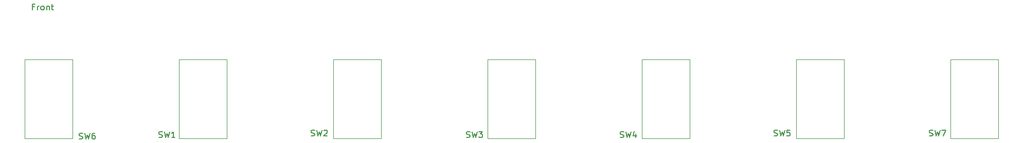
<source format=gbr>
G04 #@! TF.GenerationSoftware,KiCad,Pcbnew,(5.1.2)-2*
G04 #@! TF.CreationDate,2020-03-29T17:17:04-06:00*
G04 #@! TF.ProjectId,Switches,53776974-6368-4657-932e-6b696361645f,rev?*
G04 #@! TF.SameCoordinates,Original*
G04 #@! TF.FileFunction,Legend,Top*
G04 #@! TF.FilePolarity,Positive*
%FSLAX46Y46*%
G04 Gerber Fmt 4.6, Leading zero omitted, Abs format (unit mm)*
G04 Created by KiCad (PCBNEW (5.1.2)-2) date 2020-03-29 17:17:04*
%MOMM*%
%LPD*%
G04 APERTURE LIST*
%ADD10C,0.150000*%
%ADD11C,0.120000*%
G04 APERTURE END LIST*
D10*
X56046857Y-52506571D02*
X55713523Y-52506571D01*
X55713523Y-53030380D02*
X55713523Y-52030380D01*
X56189714Y-52030380D01*
X56570666Y-53030380D02*
X56570666Y-52363714D01*
X56570666Y-52554190D02*
X56618285Y-52458952D01*
X56665904Y-52411333D01*
X56761142Y-52363714D01*
X56856380Y-52363714D01*
X57332571Y-53030380D02*
X57237333Y-52982761D01*
X57189714Y-52935142D01*
X57142095Y-52839904D01*
X57142095Y-52554190D01*
X57189714Y-52458952D01*
X57237333Y-52411333D01*
X57332571Y-52363714D01*
X57475428Y-52363714D01*
X57570666Y-52411333D01*
X57618285Y-52458952D01*
X57665904Y-52554190D01*
X57665904Y-52839904D01*
X57618285Y-52935142D01*
X57570666Y-52982761D01*
X57475428Y-53030380D01*
X57332571Y-53030380D01*
X58094476Y-52363714D02*
X58094476Y-53030380D01*
X58094476Y-52458952D02*
X58142095Y-52411333D01*
X58237333Y-52363714D01*
X58380190Y-52363714D01*
X58475428Y-52411333D01*
X58523047Y-52506571D01*
X58523047Y-53030380D01*
X58856380Y-52363714D02*
X59237333Y-52363714D01*
X58999238Y-52030380D02*
X58999238Y-52887523D01*
X59046857Y-52982761D01*
X59142095Y-53030380D01*
X59237333Y-53030380D01*
D11*
X206883000Y-61214000D02*
X206883000Y-74218800D01*
X206883000Y-61214000D02*
X214782400Y-61214000D01*
X214782400Y-61214000D02*
X214782400Y-74218800D01*
X206883000Y-74218800D02*
X214782400Y-74218800D01*
X54483000Y-61214000D02*
X54483000Y-74218800D01*
X54483000Y-61214000D02*
X62382400Y-61214000D01*
X62382400Y-61214000D02*
X62382400Y-74218800D01*
X54483000Y-74218800D02*
X62382400Y-74218800D01*
X181483000Y-61214000D02*
X181483000Y-74218800D01*
X181483000Y-61214000D02*
X189382400Y-61214000D01*
X189382400Y-61214000D02*
X189382400Y-74218800D01*
X181483000Y-74218800D02*
X189382400Y-74218800D01*
X156083000Y-61214000D02*
X156083000Y-74218800D01*
X156083000Y-61214000D02*
X163982400Y-61214000D01*
X163982400Y-61214000D02*
X163982400Y-74218800D01*
X156083000Y-74218800D02*
X163982400Y-74218800D01*
X130683000Y-61214000D02*
X130683000Y-74218800D01*
X130683000Y-61214000D02*
X138582400Y-61214000D01*
X138582400Y-61214000D02*
X138582400Y-74218800D01*
X130683000Y-74218800D02*
X138582400Y-74218800D01*
X105283000Y-61214000D02*
X105283000Y-74218800D01*
X105283000Y-61214000D02*
X113182400Y-61214000D01*
X113182400Y-61214000D02*
X113182400Y-74218800D01*
X105283000Y-74218800D02*
X113182400Y-74218800D01*
X79883000Y-61214000D02*
X79883000Y-74218800D01*
X79883000Y-61214000D02*
X87782400Y-61214000D01*
X87782400Y-61214000D02*
X87782400Y-74218800D01*
X79883000Y-74218800D02*
X87782400Y-74218800D01*
D10*
X203390666Y-73810761D02*
X203533523Y-73858380D01*
X203771619Y-73858380D01*
X203866857Y-73810761D01*
X203914476Y-73763142D01*
X203962095Y-73667904D01*
X203962095Y-73572666D01*
X203914476Y-73477428D01*
X203866857Y-73429809D01*
X203771619Y-73382190D01*
X203581142Y-73334571D01*
X203485904Y-73286952D01*
X203438285Y-73239333D01*
X203390666Y-73144095D01*
X203390666Y-73048857D01*
X203438285Y-72953619D01*
X203485904Y-72906000D01*
X203581142Y-72858380D01*
X203819238Y-72858380D01*
X203962095Y-72906000D01*
X204295428Y-72858380D02*
X204533523Y-73858380D01*
X204724000Y-73144095D01*
X204914476Y-73858380D01*
X205152571Y-72858380D01*
X205438285Y-72858380D02*
X206104952Y-72858380D01*
X205676380Y-73858380D01*
X63436666Y-74318761D02*
X63579523Y-74366380D01*
X63817619Y-74366380D01*
X63912857Y-74318761D01*
X63960476Y-74271142D01*
X64008095Y-74175904D01*
X64008095Y-74080666D01*
X63960476Y-73985428D01*
X63912857Y-73937809D01*
X63817619Y-73890190D01*
X63627142Y-73842571D01*
X63531904Y-73794952D01*
X63484285Y-73747333D01*
X63436666Y-73652095D01*
X63436666Y-73556857D01*
X63484285Y-73461619D01*
X63531904Y-73414000D01*
X63627142Y-73366380D01*
X63865238Y-73366380D01*
X64008095Y-73414000D01*
X64341428Y-73366380D02*
X64579523Y-74366380D01*
X64770000Y-73652095D01*
X64960476Y-74366380D01*
X65198571Y-73366380D01*
X66008095Y-73366380D02*
X65817619Y-73366380D01*
X65722380Y-73414000D01*
X65674761Y-73461619D01*
X65579523Y-73604476D01*
X65531904Y-73794952D01*
X65531904Y-74175904D01*
X65579523Y-74271142D01*
X65627142Y-74318761D01*
X65722380Y-74366380D01*
X65912857Y-74366380D01*
X66008095Y-74318761D01*
X66055714Y-74271142D01*
X66103333Y-74175904D01*
X66103333Y-73937809D01*
X66055714Y-73842571D01*
X66008095Y-73794952D01*
X65912857Y-73747333D01*
X65722380Y-73747333D01*
X65627142Y-73794952D01*
X65579523Y-73842571D01*
X65531904Y-73937809D01*
X177821336Y-73810761D02*
X177964193Y-73858380D01*
X178202289Y-73858380D01*
X178297527Y-73810761D01*
X178345146Y-73763142D01*
X178392765Y-73667904D01*
X178392765Y-73572666D01*
X178345146Y-73477428D01*
X178297527Y-73429809D01*
X178202289Y-73382190D01*
X178011812Y-73334571D01*
X177916574Y-73286952D01*
X177868955Y-73239333D01*
X177821336Y-73144095D01*
X177821336Y-73048857D01*
X177868955Y-72953619D01*
X177916574Y-72906000D01*
X178011812Y-72858380D01*
X178249908Y-72858380D01*
X178392765Y-72906000D01*
X178726098Y-72858380D02*
X178964193Y-73858380D01*
X179154670Y-73144095D01*
X179345146Y-73858380D01*
X179583241Y-72858380D01*
X180440384Y-72858380D02*
X179964193Y-72858380D01*
X179916574Y-73334571D01*
X179964193Y-73286952D01*
X180059431Y-73239333D01*
X180297527Y-73239333D01*
X180392765Y-73286952D01*
X180440384Y-73334571D01*
X180488003Y-73429809D01*
X180488003Y-73667904D01*
X180440384Y-73763142D01*
X180392765Y-73810761D01*
X180297527Y-73858380D01*
X180059431Y-73858380D01*
X179964193Y-73810761D01*
X179916574Y-73763142D01*
X152506002Y-74064761D02*
X152648859Y-74112380D01*
X152886955Y-74112380D01*
X152982193Y-74064761D01*
X153029812Y-74017142D01*
X153077431Y-73921904D01*
X153077431Y-73826666D01*
X153029812Y-73731428D01*
X152982193Y-73683809D01*
X152886955Y-73636190D01*
X152696478Y-73588571D01*
X152601240Y-73540952D01*
X152553621Y-73493333D01*
X152506002Y-73398095D01*
X152506002Y-73302857D01*
X152553621Y-73207619D01*
X152601240Y-73160000D01*
X152696478Y-73112380D01*
X152934574Y-73112380D01*
X153077431Y-73160000D01*
X153410764Y-73112380D02*
X153648859Y-74112380D01*
X153839336Y-73398095D01*
X154029812Y-74112380D01*
X154267907Y-73112380D01*
X155077431Y-73445714D02*
X155077431Y-74112380D01*
X154839336Y-73064761D02*
X154601240Y-73779047D01*
X155220288Y-73779047D01*
X127190668Y-74064761D02*
X127333525Y-74112380D01*
X127571621Y-74112380D01*
X127666859Y-74064761D01*
X127714478Y-74017142D01*
X127762097Y-73921904D01*
X127762097Y-73826666D01*
X127714478Y-73731428D01*
X127666859Y-73683809D01*
X127571621Y-73636190D01*
X127381144Y-73588571D01*
X127285906Y-73540952D01*
X127238287Y-73493333D01*
X127190668Y-73398095D01*
X127190668Y-73302857D01*
X127238287Y-73207619D01*
X127285906Y-73160000D01*
X127381144Y-73112380D01*
X127619240Y-73112380D01*
X127762097Y-73160000D01*
X128095430Y-73112380D02*
X128333525Y-74112380D01*
X128524002Y-73398095D01*
X128714478Y-74112380D01*
X128952573Y-73112380D01*
X129238287Y-73112380D02*
X129857335Y-73112380D01*
X129524002Y-73493333D01*
X129666859Y-73493333D01*
X129762097Y-73540952D01*
X129809716Y-73588571D01*
X129857335Y-73683809D01*
X129857335Y-73921904D01*
X129809716Y-74017142D01*
X129762097Y-74064761D01*
X129666859Y-74112380D01*
X129381144Y-74112380D01*
X129285906Y-74064761D01*
X129238287Y-74017142D01*
X101621334Y-73810761D02*
X101764191Y-73858380D01*
X102002287Y-73858380D01*
X102097525Y-73810761D01*
X102145144Y-73763142D01*
X102192763Y-73667904D01*
X102192763Y-73572666D01*
X102145144Y-73477428D01*
X102097525Y-73429809D01*
X102002287Y-73382190D01*
X101811810Y-73334571D01*
X101716572Y-73286952D01*
X101668953Y-73239333D01*
X101621334Y-73144095D01*
X101621334Y-73048857D01*
X101668953Y-72953619D01*
X101716572Y-72906000D01*
X101811810Y-72858380D01*
X102049906Y-72858380D01*
X102192763Y-72906000D01*
X102526096Y-72858380D02*
X102764191Y-73858380D01*
X102954668Y-73144095D01*
X103145144Y-73858380D01*
X103383239Y-72858380D01*
X103716572Y-72953619D02*
X103764191Y-72906000D01*
X103859429Y-72858380D01*
X104097525Y-72858380D01*
X104192763Y-72906000D01*
X104240382Y-72953619D01*
X104288001Y-73048857D01*
X104288001Y-73144095D01*
X104240382Y-73286952D01*
X103668953Y-73858380D01*
X104288001Y-73858380D01*
X76560000Y-74064761D02*
X76702857Y-74112380D01*
X76940953Y-74112380D01*
X77036191Y-74064761D01*
X77083810Y-74017142D01*
X77131429Y-73921904D01*
X77131429Y-73826666D01*
X77083810Y-73731428D01*
X77036191Y-73683809D01*
X76940953Y-73636190D01*
X76750476Y-73588571D01*
X76655238Y-73540952D01*
X76607619Y-73493333D01*
X76560000Y-73398095D01*
X76560000Y-73302857D01*
X76607619Y-73207619D01*
X76655238Y-73160000D01*
X76750476Y-73112380D01*
X76988572Y-73112380D01*
X77131429Y-73160000D01*
X77464762Y-73112380D02*
X77702857Y-74112380D01*
X77893334Y-73398095D01*
X78083810Y-74112380D01*
X78321905Y-73112380D01*
X79226667Y-74112380D02*
X78655238Y-74112380D01*
X78940953Y-74112380D02*
X78940953Y-73112380D01*
X78845714Y-73255238D01*
X78750476Y-73350476D01*
X78655238Y-73398095D01*
M02*

</source>
